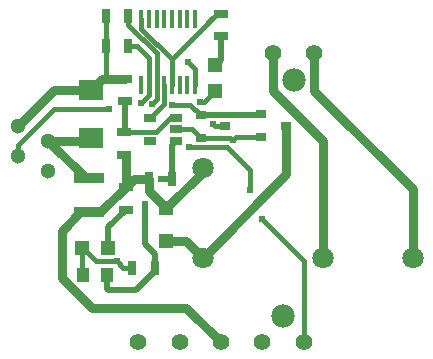
<source format=gbr>
G04 #@! TF.FileFunction,Copper,L1,Top,Signal*
%FSLAX46Y46*%
G04 Gerber Fmt 4.6, Leading zero omitted, Abs format (unit mm)*
G04 Created by KiCad (PCBNEW 4.0.7-e2-6376~58~ubuntu16.04.1) date Thu Feb  1 21:29:33 2018*
%MOMM*%
%LPD*%
G01*
G04 APERTURE LIST*
%ADD10C,0.100000*%
%ADD11R,0.700000X1.300000*%
%ADD12C,1.397000*%
%ADD13C,1.981000*%
%ADD14R,1.300000X0.700000*%
%ADD15R,0.900000X0.800000*%
%ADD16R,1.000000X1.250000*%
%ADD17C,1.800000*%
%ADD18R,2.500000X0.900000*%
%ADD19R,0.350000X1.600000*%
%ADD20R,2.159000X1.778000*%
%ADD21R,1.200000X1.200000*%
%ADD22R,1.060000X0.650000*%
%ADD23C,1.300000*%
%ADD24C,0.609600*%
%ADD25C,0.508000*%
%ADD26C,0.381000*%
%ADD27C,0.762000*%
G04 APERTURE END LIST*
D10*
D11*
X151127500Y-92824300D03*
X149227500Y-92824300D03*
D12*
X166870260Y-96019620D03*
X163370260Y-96019620D03*
D13*
X165120260Y-98249620D03*
D14*
X150898860Y-107332740D03*
X150898860Y-109232740D03*
X150771860Y-104584540D03*
X150771860Y-102684540D03*
X150807420Y-100043020D03*
X150807420Y-98143020D03*
D11*
X154795260Y-106641900D03*
X152895260Y-106641900D03*
D14*
X158940500Y-92636300D03*
X158940500Y-94536300D03*
D15*
X162391380Y-101180860D03*
X162391380Y-103080860D03*
X164491380Y-102130860D03*
D16*
X149306280Y-114741960D03*
X147306280Y-114741960D03*
D17*
X157416500Y-113317020D03*
X167576500Y-113317020D03*
X175196500Y-113317020D03*
X157416500Y-105697020D03*
D18*
X147835620Y-106568580D03*
X147835620Y-109468580D03*
D19*
X152220500Y-98672300D03*
X152870500Y-98672300D03*
X153520500Y-98672300D03*
X154170500Y-98672300D03*
X154820500Y-98672300D03*
X155470500Y-98672300D03*
X156120500Y-98672300D03*
X156770500Y-98672300D03*
X156770500Y-93072300D03*
X156120500Y-93072300D03*
X155470500Y-93072300D03*
X154820500Y-93072300D03*
X154170500Y-93072300D03*
X153520500Y-93072300D03*
X152870500Y-93072300D03*
X152220500Y-93072300D03*
D20*
X147980400Y-99098100D03*
X147980400Y-103162100D03*
D21*
X154348180Y-109087460D03*
X154348180Y-111887460D03*
D15*
X157240260Y-101241820D03*
X157240260Y-103141820D03*
X159340260Y-102191820D03*
D11*
X153344920Y-114170460D03*
X151444920Y-114170460D03*
X151127500Y-95364300D03*
X149227500Y-95364300D03*
D22*
X155156260Y-103400940D03*
X155156260Y-102450940D03*
X155156260Y-101500940D03*
X152956260Y-101500940D03*
X152956260Y-103400940D03*
D21*
X158483300Y-97027820D03*
X158483300Y-99227820D03*
X149397900Y-112448340D03*
X147197900Y-112448340D03*
D23*
X141787880Y-104658160D03*
X141787880Y-102118160D03*
X144327880Y-103388160D03*
X144327880Y-105928160D03*
D12*
X162463120Y-120462040D03*
X165963120Y-120462040D03*
D13*
X164213120Y-118232040D03*
D12*
X158963120Y-120462040D03*
X155463120Y-120462040D03*
X151963120Y-120462040D03*
D24*
X153868120Y-106674920D03*
X152516840Y-108732320D03*
X150147500Y-113604040D03*
X159974280Y-103342440D03*
X156164280Y-96707960D03*
X157236160Y-100136960D03*
X158287720Y-102026720D03*
X154811668Y-100378455D03*
X149489160Y-100695760D03*
X152237440Y-100203000D03*
X161457640Y-107574080D03*
X162438080Y-110022640D03*
X156296360Y-103941880D03*
X153167080Y-100258880D03*
D25*
X153868120Y-106674920D02*
X154762240Y-106674920D01*
X154762240Y-106674920D02*
X154795260Y-106641900D01*
X153344920Y-114170460D02*
X153344920Y-113012460D01*
X153344920Y-113012460D02*
X152516840Y-112184380D01*
X152516840Y-112184380D02*
X152516840Y-108732320D01*
X154795260Y-106641900D02*
X154795260Y-103761940D01*
X154795260Y-103761940D02*
X155156260Y-103400940D01*
X149306280Y-114741960D02*
X149306280Y-115874960D01*
X149306280Y-115874960D02*
X149443280Y-116011960D01*
X149443280Y-116011960D02*
X151803420Y-116011960D01*
X153344920Y-114470460D02*
X151803420Y-116011960D01*
X153344920Y-114170460D02*
X153344920Y-114470460D01*
D26*
X149227500Y-95364300D02*
X149227500Y-97851000D01*
X149227500Y-97851000D02*
X147980400Y-99098100D01*
X149227500Y-92824300D02*
X149227500Y-95364300D01*
X147850680Y-113101120D02*
X147197900Y-112448340D01*
X150147500Y-113604040D02*
X148353600Y-113604040D01*
X148353600Y-113604040D02*
X147850680Y-113101120D01*
X150713920Y-114170460D02*
X150147500Y-113604040D01*
X151444920Y-114170460D02*
X150713920Y-114170460D01*
X147197900Y-112448340D02*
X147197900Y-114633580D01*
X147197900Y-114633580D02*
X147306280Y-114741960D01*
X162391380Y-103080860D02*
X160235860Y-103080860D01*
X160235860Y-103080860D02*
X159974280Y-103342440D01*
X157240260Y-103141820D02*
X159773660Y-103141820D01*
X159773660Y-103141820D02*
X159974280Y-103342440D01*
X156770500Y-98672300D02*
X156770500Y-97314180D01*
X156770500Y-97314180D02*
X156164280Y-96707960D01*
X155156260Y-102450940D02*
X156549380Y-102450940D01*
X156549380Y-102450940D02*
X157240260Y-103141820D01*
X157301220Y-103080860D02*
X157240260Y-103141820D01*
D27*
X150807420Y-98143020D02*
X148935480Y-98143020D01*
X148935480Y-98143020D02*
X147980400Y-99098100D01*
X141787880Y-102118160D02*
X144807940Y-99098100D01*
X144807940Y-99098100D02*
X147980400Y-99098100D01*
X144327880Y-103388160D02*
X147754340Y-103388160D01*
X147754340Y-103388160D02*
X147980400Y-103162100D01*
X147835620Y-106568580D02*
X147508300Y-106568580D01*
X147508300Y-106568580D02*
X144327880Y-103388160D01*
D25*
X149397900Y-112448340D02*
X149397900Y-110733700D01*
X149397900Y-110733700D02*
X150898860Y-109232740D01*
X158940500Y-94536300D02*
X158940500Y-96570620D01*
X158940500Y-96570620D02*
X158483300Y-97027820D01*
D27*
X148025318Y-117546120D02*
X156047200Y-117546120D01*
X156047200Y-117546120D02*
X158963120Y-120462040D01*
X145481040Y-111023160D02*
X145481040Y-115001842D01*
X145481040Y-115001842D02*
X148025318Y-117546120D01*
X147835620Y-109468580D02*
X147035620Y-109468580D01*
X147035620Y-109468580D02*
X145481040Y-111023160D01*
D26*
X154820500Y-96510168D02*
X157909500Y-93421168D01*
X157909500Y-93421168D02*
X157909500Y-93367300D01*
X157909500Y-93367300D02*
X158640500Y-92636300D01*
X158640500Y-92636300D02*
X158940500Y-92636300D01*
X152220500Y-93072300D02*
X152220500Y-93910168D01*
X152220500Y-93910168D02*
X154820500Y-96510168D01*
X154820500Y-96510168D02*
X154820500Y-97491300D01*
X158640500Y-92636300D02*
X157288401Y-93988399D01*
X154820500Y-97491300D02*
X154820500Y-98672300D01*
D27*
X152895260Y-106641900D02*
X152895260Y-107634540D01*
X152895260Y-107634540D02*
X154348180Y-109087460D01*
X154348180Y-109087460D02*
X157416500Y-106019140D01*
X157416500Y-106019140D02*
X157416500Y-105697020D01*
X147835620Y-109468580D02*
X148763020Y-109468580D01*
X148763020Y-109468580D02*
X150898860Y-107332740D01*
X152895260Y-106641900D02*
X151589700Y-106641900D01*
X151589700Y-106641900D02*
X150898860Y-107332740D01*
X150898860Y-107332740D02*
X150898860Y-104711540D01*
X150898860Y-104711540D02*
X150771860Y-104584540D01*
X166870260Y-99174180D02*
X175196500Y-107500420D01*
X175196500Y-107500420D02*
X175196500Y-113317020D01*
X166870260Y-96019620D02*
X166870260Y-99174180D01*
X163370260Y-96019620D02*
X163370260Y-99199618D01*
X163370260Y-99199618D02*
X167576500Y-103405858D01*
X167576500Y-103405858D02*
X167576500Y-112044228D01*
X167576500Y-112044228D02*
X167576500Y-113317020D01*
D26*
X154170500Y-98672300D02*
X154170500Y-100286700D01*
X154170500Y-100286700D02*
X152956260Y-101500940D01*
D27*
X164491380Y-102130860D02*
X164491380Y-106242140D01*
X164491380Y-106242140D02*
X157416500Y-113317020D01*
X154348180Y-111887460D02*
X155986940Y-111887460D01*
X155986940Y-111887460D02*
X157416500Y-113317020D01*
D26*
X157236160Y-100136960D02*
X157574160Y-100136960D01*
X157574160Y-100136960D02*
X158483300Y-99227820D01*
X159340260Y-102191820D02*
X158452820Y-102191820D01*
X158452820Y-102191820D02*
X158287720Y-102026720D01*
X157240260Y-101241820D02*
X156376895Y-100378455D01*
X156376895Y-100378455D02*
X154811668Y-100378455D01*
X141787880Y-104658160D02*
X141787880Y-103738922D01*
X141787880Y-103738922D02*
X144831042Y-100695760D01*
X144831042Y-100695760D02*
X149489160Y-100695760D01*
X152870500Y-98672300D02*
X152870500Y-99569940D01*
X152870500Y-99569940D02*
X152237440Y-100203000D01*
X152870500Y-98672300D02*
X152870500Y-96376300D01*
X152870500Y-96376300D02*
X151858500Y-95364300D01*
X151858500Y-95364300D02*
X151127500Y-95364300D01*
D25*
X157240260Y-101241820D02*
X162330420Y-101241820D01*
X162330420Y-101241820D02*
X162391380Y-101180860D01*
D26*
X155156260Y-101500940D02*
X154634038Y-101500940D01*
X154634038Y-101500940D02*
X153450438Y-102684540D01*
X153450438Y-102684540D02*
X151802860Y-102684540D01*
X151802860Y-102684540D02*
X150771860Y-102684540D01*
D25*
X150807420Y-100043020D02*
X150807420Y-102648980D01*
X150807420Y-102648980D02*
X150771860Y-102684540D01*
D26*
X161457640Y-107574080D02*
X161457640Y-105907840D01*
X161457640Y-105907840D02*
X159491680Y-103941880D01*
X159491680Y-103941880D02*
X156296360Y-103941880D01*
X162438080Y-110022640D02*
X165963120Y-113547680D01*
X165963120Y-113547680D02*
X165963120Y-119474212D01*
X165963120Y-119474212D02*
X165963120Y-120462040D01*
X153520500Y-98672300D02*
X153520500Y-99905460D01*
X153520500Y-99905460D02*
X153167080Y-100258880D01*
X153520500Y-98672300D02*
X153520500Y-95964522D01*
X153520500Y-95964522D02*
X151127500Y-93571522D01*
X151127500Y-93571522D02*
X151127500Y-92824300D01*
M02*

</source>
